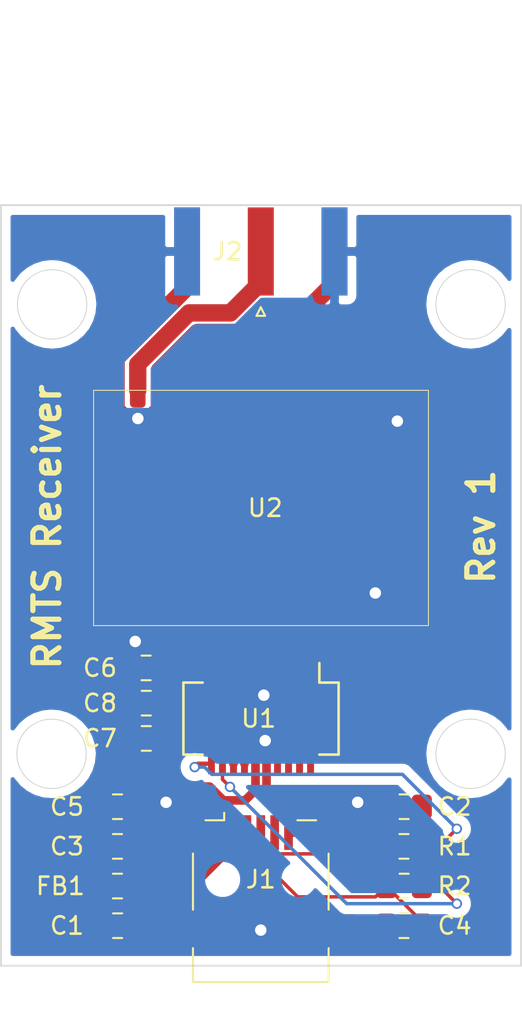
<source format=kicad_pcb>
(kicad_pcb (version 20171130) (host pcbnew "(5.1.2)-2")

  (general
    (thickness 1.6)
    (drawings 10)
    (tracks 161)
    (zones 0)
    (modules 15)
    (nets 42)
  )

  (page A4)
  (layers
    (0 F.Cu signal)
    (31 B.Cu signal)
    (32 B.Adhes user)
    (33 F.Adhes user)
    (34 B.Paste user)
    (35 F.Paste user)
    (36 B.SilkS user)
    (37 F.SilkS user)
    (38 B.Mask user)
    (39 F.Mask user)
    (40 Dwgs.User user)
    (41 Cmts.User user)
    (42 Eco1.User user)
    (43 Eco2.User user)
    (44 Edge.Cuts user)
    (45 Margin user)
    (46 B.CrtYd user)
    (47 F.CrtYd user)
    (48 B.Fab user)
    (49 F.Fab user)
  )

  (setup
    (last_trace_width 1)
    (user_trace_width 0.5)
    (user_trace_width 1)
    (trace_clearance 0.127)
    (zone_clearance 0.508)
    (zone_45_only no)
    (trace_min 0.2)
    (via_size 0.6)
    (via_drill 0.4)
    (via_min_size 0.4)
    (via_min_drill 0.3)
    (user_via 1 0.66)
    (uvia_size 0.3)
    (uvia_drill 0.1)
    (uvias_allowed no)
    (uvia_min_size 0.2)
    (uvia_min_drill 0.1)
    (edge_width 0.05)
    (segment_width 0.2)
    (pcb_text_width 0.3)
    (pcb_text_size 1.5 1.5)
    (mod_edge_width 0.12)
    (mod_text_size 1 1)
    (mod_text_width 0.15)
    (pad_size 1.524 1.524)
    (pad_drill 0.762)
    (pad_to_mask_clearance 0.051)
    (solder_mask_min_width 0.25)
    (aux_axis_origin 0 0)
    (visible_elements 7FFFFFFF)
    (pcbplotparams
      (layerselection 0x010fc_ffffffff)
      (usegerberextensions false)
      (usegerberattributes false)
      (usegerberadvancedattributes false)
      (creategerberjobfile false)
      (excludeedgelayer true)
      (linewidth 0.100000)
      (plotframeref false)
      (viasonmask false)
      (mode 1)
      (useauxorigin false)
      (hpglpennumber 1)
      (hpglpenspeed 20)
      (hpglpendiameter 15.000000)
      (psnegative false)
      (psa4output false)
      (plotreference true)
      (plotvalue true)
      (plotinvisibletext false)
      (padsonsilk false)
      (subtractmaskfromsilk false)
      (outputformat 1)
      (mirror false)
      (drillshape 1)
      (scaleselection 1)
      (outputdirectory ""))
  )

  (net 0 "")
  (net 1 GND)
  (net 2 +3V3)
  (net 3 "Net-(U1-Pad19)")
  (net 4 "Net-(U1-Pad18)")
  (net 5 "Net-(U1-Pad17)")
  (net 6 VBUS)
  (net 7 "Net-(R2-Pad1)")
  (net 8 "Net-(R1-Pad1)")
  (net 9 "Net-(U1-Pad10)")
  (net 10 "Net-(U1-Pad9)")
  (net 11 "Net-(U1-Pad8)")
  (net 12 "Net-(U1-Pad7)")
  (net 13 "Net-(U1-Pad5)")
  (net 14 "Net-(U1-Pad2)")
  (net 15 "Net-(U1-Pad1)")
  (net 16 "Net-(C2-Pad1)")
  (net 17 "Net-(C4-Pad1)")
  (net 18 "Net-(FB1-Pad2)")
  (net 19 "Net-(J1-Pad4)")
  (net 20 "Net-(U2-Pad31)")
  (net 21 "Net-(U2-Pad30)")
  (net 22 "Net-(U2-Pad29)")
  (net 23 "Net-(U2-Pad28)")
  (net 24 "Net-(U2-Pad27)")
  (net 25 "Net-(U2-Pad26)")
  (net 26 "Net-(U2-Pad25)")
  (net 27 "Net-(U2-Pad24)")
  (net 28 "Net-(U2-Pad23)")
  (net 29 "Net-(U2-Pad16)")
  (net 30 "Net-(U2-Pad15)")
  (net 31 "Net-(U2-Pad14)")
  (net 32 "Net-(U2-Pad9)")
  (net 33 "Net-(U2-Pad8)")
  (net 34 "Net-(U2-Pad7)")
  (net 35 "Net-(U2-Pad6)")
  (net 36 "Net-(U2-Pad5)")
  (net 37 "Net-(U1-Pad20)")
  (net 38 "Net-(U1-Pad4)")
  (net 39 "Net-(J2-Pad1)")
  (net 40 "Net-(U2-Pad13)")
  (net 41 "Net-(U2-Pad11)")

  (net_class Default "This is the default net class."
    (clearance 0.127)
    (trace_width 0.2)
    (via_dia 0.6)
    (via_drill 0.4)
    (uvia_dia 0.3)
    (uvia_drill 0.1)
    (add_net +3V3)
    (add_net GND)
    (add_net "Net-(C2-Pad1)")
    (add_net "Net-(C4-Pad1)")
    (add_net "Net-(FB1-Pad2)")
    (add_net "Net-(J1-Pad4)")
    (add_net "Net-(J2-Pad1)")
    (add_net "Net-(R1-Pad1)")
    (add_net "Net-(R2-Pad1)")
    (add_net "Net-(U1-Pad1)")
    (add_net "Net-(U1-Pad10)")
    (add_net "Net-(U1-Pad17)")
    (add_net "Net-(U1-Pad18)")
    (add_net "Net-(U1-Pad19)")
    (add_net "Net-(U1-Pad2)")
    (add_net "Net-(U1-Pad20)")
    (add_net "Net-(U1-Pad4)")
    (add_net "Net-(U1-Pad5)")
    (add_net "Net-(U1-Pad7)")
    (add_net "Net-(U1-Pad8)")
    (add_net "Net-(U1-Pad9)")
    (add_net "Net-(U2-Pad11)")
    (add_net "Net-(U2-Pad13)")
    (add_net "Net-(U2-Pad14)")
    (add_net "Net-(U2-Pad15)")
    (add_net "Net-(U2-Pad16)")
    (add_net "Net-(U2-Pad23)")
    (add_net "Net-(U2-Pad24)")
    (add_net "Net-(U2-Pad25)")
    (add_net "Net-(U2-Pad26)")
    (add_net "Net-(U2-Pad27)")
    (add_net "Net-(U2-Pad28)")
    (add_net "Net-(U2-Pad29)")
    (add_net "Net-(U2-Pad30)")
    (add_net "Net-(U2-Pad31)")
    (add_net "Net-(U2-Pad5)")
    (add_net "Net-(U2-Pad6)")
    (add_net "Net-(U2-Pad7)")
    (add_net "Net-(U2-Pad8)")
    (add_net "Net-(U2-Pad9)")
    (add_net VBUS)
  )

  (net_class Power ""
    (clearance 0.2)
    (trace_width 0.4)
    (via_dia 0.6)
    (via_drill 0.4)
    (uvia_dia 0.3)
    (uvia_drill 0.1)
  )

  (module Capacitor_SMD:C_0805_2012Metric_Pad1.15x1.40mm_HandSolder (layer F.Cu) (tedit 5B36C52B) (tstamp 5E09BB42)
    (at 143.383 94.869 180)
    (descr "Capacitor SMD 0805 (2012 Metric), square (rectangular) end terminal, IPC_7351 nominal with elongated pad for handsoldering. (Body size source: https://docs.google.com/spreadsheets/d/1BsfQQcO9C6DZCsRaXUlFlo91Tg2WpOkGARC1WS5S8t0/edit?usp=sharing), generated with kicad-footprint-generator")
    (tags "capacitor handsolder")
    (path /5E0B5CE0)
    (attr smd)
    (fp_text reference C8 (at 2.667 0) (layer F.SilkS)
      (effects (font (size 1 1) (thickness 0.15)))
    )
    (fp_text value 1uF (at 0 1.65) (layer F.Fab)
      (effects (font (size 1 1) (thickness 0.15)))
    )
    (fp_text user %R (at 0 0) (layer F.Fab)
      (effects (font (size 0.5 0.5) (thickness 0.08)))
    )
    (fp_line (start 1.85 0.95) (end -1.85 0.95) (layer F.CrtYd) (width 0.05))
    (fp_line (start 1.85 -0.95) (end 1.85 0.95) (layer F.CrtYd) (width 0.05))
    (fp_line (start -1.85 -0.95) (end 1.85 -0.95) (layer F.CrtYd) (width 0.05))
    (fp_line (start -1.85 0.95) (end -1.85 -0.95) (layer F.CrtYd) (width 0.05))
    (fp_line (start -0.261252 0.71) (end 0.261252 0.71) (layer F.SilkS) (width 0.12))
    (fp_line (start -0.261252 -0.71) (end 0.261252 -0.71) (layer F.SilkS) (width 0.12))
    (fp_line (start 1 0.6) (end -1 0.6) (layer F.Fab) (width 0.1))
    (fp_line (start 1 -0.6) (end 1 0.6) (layer F.Fab) (width 0.1))
    (fp_line (start -1 -0.6) (end 1 -0.6) (layer F.Fab) (width 0.1))
    (fp_line (start -1 0.6) (end -1 -0.6) (layer F.Fab) (width 0.1))
    (pad 2 smd roundrect (at 1.025 0 180) (size 1.15 1.4) (layers F.Cu F.Paste F.Mask) (roundrect_rratio 0.217391)
      (net 1 GND))
    (pad 1 smd roundrect (at -1.025 0 180) (size 1.15 1.4) (layers F.Cu F.Paste F.Mask) (roundrect_rratio 0.217391)
      (net 2 +3V3))
    (model ${KISYS3DMOD}/Capacitor_SMD.3dshapes/C_0805_2012Metric.wrl
      (at (xyz 0 0 0))
      (scale (xyz 1 1 1))
      (rotate (xyz 0 0 0))
    )
  )

  (module Capacitor_SMD:C_0805_2012Metric_Pad1.15x1.40mm_HandSolder (layer F.Cu) (tedit 5B36C52B) (tstamp 5E09BB31)
    (at 143.383 96.901 180)
    (descr "Capacitor SMD 0805 (2012 Metric), square (rectangular) end terminal, IPC_7351 nominal with elongated pad for handsoldering. (Body size source: https://docs.google.com/spreadsheets/d/1BsfQQcO9C6DZCsRaXUlFlo91Tg2WpOkGARC1WS5S8t0/edit?usp=sharing), generated with kicad-footprint-generator")
    (tags "capacitor handsolder")
    (path /5E0B6937)
    (attr smd)
    (fp_text reference C7 (at 2.667 0) (layer F.SilkS)
      (effects (font (size 1 1) (thickness 0.15)))
    )
    (fp_text value 8.2pf (at 0 1.65) (layer F.Fab)
      (effects (font (size 1 1) (thickness 0.15)))
    )
    (fp_text user %R (at 0 0) (layer F.Fab)
      (effects (font (size 0.5 0.5) (thickness 0.08)))
    )
    (fp_line (start 1.85 0.95) (end -1.85 0.95) (layer F.CrtYd) (width 0.05))
    (fp_line (start 1.85 -0.95) (end 1.85 0.95) (layer F.CrtYd) (width 0.05))
    (fp_line (start -1.85 -0.95) (end 1.85 -0.95) (layer F.CrtYd) (width 0.05))
    (fp_line (start -1.85 0.95) (end -1.85 -0.95) (layer F.CrtYd) (width 0.05))
    (fp_line (start -0.261252 0.71) (end 0.261252 0.71) (layer F.SilkS) (width 0.12))
    (fp_line (start -0.261252 -0.71) (end 0.261252 -0.71) (layer F.SilkS) (width 0.12))
    (fp_line (start 1 0.6) (end -1 0.6) (layer F.Fab) (width 0.1))
    (fp_line (start 1 -0.6) (end 1 0.6) (layer F.Fab) (width 0.1))
    (fp_line (start -1 -0.6) (end 1 -0.6) (layer F.Fab) (width 0.1))
    (fp_line (start -1 0.6) (end -1 -0.6) (layer F.Fab) (width 0.1))
    (pad 2 smd roundrect (at 1.025 0 180) (size 1.15 1.4) (layers F.Cu F.Paste F.Mask) (roundrect_rratio 0.217391)
      (net 1 GND))
    (pad 1 smd roundrect (at -1.025 0 180) (size 1.15 1.4) (layers F.Cu F.Paste F.Mask) (roundrect_rratio 0.217391)
      (net 2 +3V3))
    (model ${KISYS3DMOD}/Capacitor_SMD.3dshapes/C_0805_2012Metric.wrl
      (at (xyz 0 0 0))
      (scale (xyz 1 1 1))
      (rotate (xyz 0 0 0))
    )
  )

  (module Radio:XB3-24Z8RM-J (layer F.Cu) (tedit 5E0917F2) (tstamp 5E09A0E8)
    (at 150 83.6168 90)
    (path /5DE33CF6)
    (attr smd)
    (fp_text reference U2 (at 0 0.241 180) (layer F.SilkS)
      (effects (font (size 1 1) (thickness 0.15)))
    )
    (fp_text value XB3 (at 0 0) (layer F.Fab)
      (effects (font (size 1 1) (thickness 0.15)))
    )
    (fp_line (start 6.7818 -9.652) (end 6.7818 9.652) (layer F.SilkS) (width 0.05))
    (fp_line (start -6.7818 -9.652) (end 6.7818 -9.652) (layer F.SilkS) (width 0.05))
    (fp_line (start -6.7818 9.652) (end 6.7818 9.652) (layer F.SilkS) (width 0.05))
    (fp_line (start -6.7818 -9.652) (end -6.7818 9.652) (layer F.SilkS) (width 0.05))
    (pad 34 smd roundrect (at 6.7818 -8.3566 90) (size 2 0.9) (layers F.Cu F.Paste F.Mask) (roundrect_rratio 0.25)
      (net 1 GND))
    (pad 33 smd roundrect (at 6.7818 -7.10692 90) (size 2 0.9) (layers F.Cu F.Paste F.Mask) (roundrect_rratio 0.25)
      (net 39 "Net-(J2-Pad1)"))
    (pad 32 smd roundrect (at 6.7818 -5.85724 90) (size 2 0.9) (layers F.Cu F.Paste F.Mask) (roundrect_rratio 0.25)
      (net 1 GND))
    (pad 31 smd roundrect (at 6.7818 -4.60756 90) (size 2 0.9) (layers F.Cu F.Paste F.Mask) (roundrect_rratio 0.25)
      (net 20 "Net-(U2-Pad31)"))
    (pad 30 smd roundrect (at 6.7818 -3.35788 90) (size 2 0.9) (layers F.Cu F.Paste F.Mask) (roundrect_rratio 0.25)
      (net 21 "Net-(U2-Pad30)"))
    (pad 29 smd roundrect (at 6.7818 -2.1082 90) (size 2 0.9) (layers F.Cu F.Paste F.Mask) (roundrect_rratio 0.25)
      (net 22 "Net-(U2-Pad29)"))
    (pad 28 smd roundrect (at 6.7818 -0.85852 90) (size 2 0.9) (layers F.Cu F.Paste F.Mask) (roundrect_rratio 0.25)
      (net 23 "Net-(U2-Pad28)"))
    (pad 27 smd roundrect (at 6.7818 0.39116 90) (size 2 0.9) (layers F.Cu F.Paste F.Mask) (roundrect_rratio 0.25)
      (net 24 "Net-(U2-Pad27)"))
    (pad 26 smd roundrect (at 6.7818 1.64084 90) (size 2 0.9) (layers F.Cu F.Paste F.Mask) (roundrect_rratio 0.25)
      (net 25 "Net-(U2-Pad26)"))
    (pad 25 smd roundrect (at 6.7818 2.89052 90) (size 2 0.9) (layers F.Cu F.Paste F.Mask) (roundrect_rratio 0.25)
      (net 26 "Net-(U2-Pad25)"))
    (pad 24 smd roundrect (at 6.7818 4.1402 90) (size 2 0.9) (layers F.Cu F.Paste F.Mask) (roundrect_rratio 0.25)
      (net 27 "Net-(U2-Pad24)"))
    (pad 23 smd roundrect (at 6.7818 5.38988 90) (size 2 0.9) (layers F.Cu F.Paste F.Mask) (roundrect_rratio 0.25)
      (net 28 "Net-(U2-Pad23)"))
    (pad 22 smd roundrect (at 6.7818 6.63956 90) (size 2 0.9) (layers F.Cu F.Paste F.Mask) (roundrect_rratio 0.25))
    (pad 21 smd roundrect (at 6.7818 7.899424 90) (size 2 0.9) (layers F.Cu F.Paste F.Mask) (roundrect_rratio 0.25)
      (net 1 GND))
    (pad 20 smd roundrect (at 4.3688 9.652 90) (size 0.9 2) (layers F.Cu F.Paste F.Mask) (roundrect_rratio 0.25))
    (pad 19 smd roundrect (at 3.11912 9.652 90) (size 0.9 2) (layers F.Cu F.Paste F.Mask) (roundrect_rratio 0.25))
    (pad 18 smd roundrect (at 1.86944 9.652 90) (size 0.9 2) (layers F.Cu F.Paste F.Mask) (roundrect_rratio 0.25))
    (pad 17 smd roundrect (at 0.61976 9.652 90) (size 0.9 2) (layers F.Cu F.Paste F.Mask) (roundrect_rratio 0.25))
    (pad 16 smd roundrect (at -0.62992 9.652 90) (size 0.9 2) (layers F.Cu F.Paste F.Mask) (roundrect_rratio 0.25)
      (net 29 "Net-(U2-Pad16)"))
    (pad 15 smd roundrect (at -1.8796 9.652 90) (size 0.9 2) (layers F.Cu F.Paste F.Mask) (roundrect_rratio 0.25)
      (net 30 "Net-(U2-Pad15)"))
    (pad 14 smd roundrect (at -3.12928 9.652 90) (size 0.9 2) (layers F.Cu F.Paste F.Mask) (roundrect_rratio 0.25)
      (net 31 "Net-(U2-Pad14)"))
    (pad 13 smd roundrect (at -4.37896 9.652 90) (size 0.9 2) (layers F.Cu F.Paste F.Mask) (roundrect_rratio 0.25)
      (net 40 "Net-(U2-Pad13)"))
    (pad 12 smd roundrect (at -6.7818 7.88924 90) (size 2 0.9) (layers F.Cu F.Paste F.Mask) (roundrect_rratio 0.25)
      (net 1 GND))
    (pad 11 smd roundrect (at -6.7818 6.63956 90) (size 2 0.9) (layers F.Cu F.Paste F.Mask) (roundrect_rratio 0.25)
      (net 41 "Net-(U2-Pad11)"))
    (pad 10 smd roundrect (at -6.7818 5.38988 90) (size 2 0.9) (layers F.Cu F.Paste F.Mask) (roundrect_rratio 0.25)
      (net 1 GND))
    (pad 9 smd roundrect (at -6.7818 4.1402 90) (size 2 0.9) (layers F.Cu F.Paste F.Mask) (roundrect_rratio 0.25)
      (net 32 "Net-(U2-Pad9)"))
    (pad 8 smd roundrect (at -6.7818 2.89052 90) (size 2 0.9) (layers F.Cu F.Paste F.Mask) (roundrect_rratio 0.25)
      (net 33 "Net-(U2-Pad8)"))
    (pad 7 smd roundrect (at -6.7818 1.64084 90) (size 2 0.9) (layers F.Cu F.Paste F.Mask) (roundrect_rratio 0.25)
      (net 34 "Net-(U2-Pad7)"))
    (pad 6 smd roundrect (at -6.7818 0.39116 90) (size 2 0.9) (layers F.Cu F.Paste F.Mask) (roundrect_rratio 0.25)
      (net 35 "Net-(U2-Pad6)"))
    (pad 5 connect roundrect (at -6.7818 -0.85852 90) (size 2 0.9) (layers F.Cu F.Mask) (roundrect_rratio 0.25)
      (net 36 "Net-(U2-Pad5)"))
    (pad 4 smd roundrect (at -6.7818 -2.1082 90) (size 2 0.9) (layers F.Cu F.Paste F.Mask) (roundrect_rratio 0.25)
      (net 37 "Net-(U1-Pad20)"))
    (pad 3 smd roundrect (at -6.7818 -3.35788 90) (size 2 0.9) (layers F.Cu F.Paste F.Mask) (roundrect_rratio 0.25)
      (net 38 "Net-(U1-Pad4)"))
    (pad 2 smd roundrect (at -6.7818 -4.60756 90) (size 2 0.9) (layers F.Cu F.Paste F.Mask) (roundrect_rratio 0.25)
      (net 2 +3V3))
    (pad 1 smd roundrect (at -6.7818 -5.85724 90) (size 2 0.9) (layers F.Cu F.Paste F.Mask) (roundrect_rratio 0.25)
      (net 1 GND))
  )

  (module Connector_Coaxial:SMA_Amphenol_132289_EdgeMount (layer F.Cu) (tedit 5A1C1810) (tstamp 5E09A15C)
    (at 149.987 68.834 90)
    (descr http://www.amphenolrf.com/132289.html)
    (tags SMA)
    (path /5E0856CD)
    (attr smd)
    (fp_text reference J2 (at 0 -1.918) (layer F.SilkS)
      (effects (font (size 1 1) (thickness 0.15)))
    )
    (fp_text value Conn_Coaxial (at 5 6 90) (layer F.Fab)
      (effects (font (size 1 1) (thickness 0.15)))
    )
    (fp_line (start -1.91 5.08) (end 4.445 5.08) (layer F.Fab) (width 0.1))
    (fp_line (start -1.91 3.81) (end -1.91 5.08) (layer F.Fab) (width 0.1))
    (fp_line (start 2.54 3.81) (end -1.91 3.81) (layer F.Fab) (width 0.1))
    (fp_line (start 2.54 -3.81) (end 2.54 3.81) (layer F.Fab) (width 0.1))
    (fp_line (start -1.91 -3.81) (end 2.54 -3.81) (layer F.Fab) (width 0.1))
    (fp_line (start -1.91 -5.08) (end -1.91 -3.81) (layer F.Fab) (width 0.1))
    (fp_line (start -1.91 -5.08) (end 4.445 -5.08) (layer F.Fab) (width 0.1))
    (fp_line (start 4.445 -3.81) (end 4.445 -5.08) (layer F.Fab) (width 0.1))
    (fp_line (start 4.445 5.08) (end 4.445 3.81) (layer F.Fab) (width 0.1))
    (fp_line (start 13.97 3.81) (end 4.445 3.81) (layer F.Fab) (width 0.1))
    (fp_line (start 13.97 -3.81) (end 13.97 3.81) (layer F.Fab) (width 0.1))
    (fp_line (start 4.445 -3.81) (end 13.97 -3.81) (layer F.Fab) (width 0.1))
    (fp_line (start -3.04 5.58) (end -3.04 -5.58) (layer B.CrtYd) (width 0.05))
    (fp_line (start 14.47 5.58) (end -3.04 5.58) (layer B.CrtYd) (width 0.05))
    (fp_line (start 14.47 -5.58) (end 14.47 5.58) (layer B.CrtYd) (width 0.05))
    (fp_line (start 14.47 -5.58) (end -3.04 -5.58) (layer B.CrtYd) (width 0.05))
    (fp_line (start -3.04 5.58) (end -3.04 -5.58) (layer F.CrtYd) (width 0.05))
    (fp_line (start 14.47 5.58) (end -3.04 5.58) (layer F.CrtYd) (width 0.05))
    (fp_line (start 14.47 -5.58) (end 14.47 5.58) (layer F.CrtYd) (width 0.05))
    (fp_line (start 14.47 -5.58) (end -3.04 -5.58) (layer F.CrtYd) (width 0.05))
    (fp_text user %R (at 4.79 0 180) (layer F.Fab)
      (effects (font (size 1 1) (thickness 0.15)))
    )
    (fp_line (start 2.54 -0.75) (end 3.54 0) (layer F.Fab) (width 0.1))
    (fp_line (start 3.54 0) (end 2.54 0.75) (layer F.Fab) (width 0.1))
    (fp_line (start -3.21 0) (end -3.71 -0.25) (layer F.SilkS) (width 0.12))
    (fp_line (start -3.71 -0.25) (end -3.71 0.25) (layer F.SilkS) (width 0.12))
    (fp_line (start -3.71 0.25) (end -3.21 0) (layer F.SilkS) (width 0.12))
    (pad 1 smd rect (at 0 0 180) (size 1.5 5.08) (layers F.Cu F.Paste F.Mask)
      (net 39 "Net-(J2-Pad1)"))
    (pad 2 smd rect (at 0 -4.25 180) (size 1.5 5.08) (layers F.Cu F.Paste F.Mask)
      (net 1 GND))
    (pad 2 smd rect (at 0 4.25 180) (size 1.5 5.08) (layers F.Cu F.Paste F.Mask)
      (net 1 GND))
    (pad 2 smd rect (at 0 -4.25 180) (size 1.5 5.08) (layers B.Cu B.Paste B.Mask)
      (net 1 GND))
    (pad 2 smd rect (at 0 4.25 180) (size 1.5 5.08) (layers B.Cu B.Paste B.Mask)
      (net 1 GND))
    (model ${KISYS3DMOD}/Connector_Coaxial.3dshapes/SMA_Amphenol_132289_EdgeMount.wrl
      (at (xyz 0 0 0))
      (scale (xyz 1 1 1))
      (rotate (xyz 0 0 0))
    )
  )

  (module Resistor_SMD:R_0805_2012Metric_Pad1.15x1.40mm_HandSolder (layer F.Cu) (tedit 5B36C52B) (tstamp 5DDBD10B)
    (at 158.251 105.41 180)
    (descr "Resistor SMD 0805 (2012 Metric), square (rectangular) end terminal, IPC_7351 nominal with elongated pad for handsoldering. (Body size source: https://docs.google.com/spreadsheets/d/1BsfQQcO9C6DZCsRaXUlFlo91Tg2WpOkGARC1WS5S8t0/edit?usp=sharing), generated with kicad-footprint-generator")
    (tags "resistor handsolder")
    (path /5DDDCB7A)
    (attr smd)
    (fp_text reference R2 (at -2.912 0) (layer F.SilkS)
      (effects (font (size 1 1) (thickness 0.15)))
    )
    (fp_text value 27 (at 0 1.65) (layer F.Fab)
      (effects (font (size 1 1) (thickness 0.15)))
    )
    (fp_text user %R (at 0 0) (layer F.Fab)
      (effects (font (size 0.5 0.5) (thickness 0.08)))
    )
    (fp_line (start 1.85 0.95) (end -1.85 0.95) (layer F.CrtYd) (width 0.05))
    (fp_line (start 1.85 -0.95) (end 1.85 0.95) (layer F.CrtYd) (width 0.05))
    (fp_line (start -1.85 -0.95) (end 1.85 -0.95) (layer F.CrtYd) (width 0.05))
    (fp_line (start -1.85 0.95) (end -1.85 -0.95) (layer F.CrtYd) (width 0.05))
    (fp_line (start -0.261252 0.71) (end 0.261252 0.71) (layer F.SilkS) (width 0.12))
    (fp_line (start -0.261252 -0.71) (end 0.261252 -0.71) (layer F.SilkS) (width 0.12))
    (fp_line (start 1 0.6) (end -1 0.6) (layer F.Fab) (width 0.1))
    (fp_line (start 1 -0.6) (end 1 0.6) (layer F.Fab) (width 0.1))
    (fp_line (start -1 -0.6) (end 1 -0.6) (layer F.Fab) (width 0.1))
    (fp_line (start -1 0.6) (end -1 -0.6) (layer F.Fab) (width 0.1))
    (pad 2 smd roundrect (at 1.025 0 180) (size 1.15 1.4) (layers F.Cu F.Paste F.Mask) (roundrect_rratio 0.217391)
      (net 17 "Net-(C4-Pad1)"))
    (pad 1 smd roundrect (at -1.025 0 180) (size 1.15 1.4) (layers F.Cu F.Paste F.Mask) (roundrect_rratio 0.217391)
      (net 7 "Net-(R2-Pad1)"))
    (model ${KISYS3DMOD}/Resistor_SMD.3dshapes/R_0805_2012Metric.wrl
      (at (xyz 0 0 0))
      (scale (xyz 1 1 1))
      (rotate (xyz 0 0 0))
    )
  )

  (module Resistor_SMD:R_0805_2012Metric_Pad1.15x1.40mm_HandSolder (layer F.Cu) (tedit 5B36C52B) (tstamp 5DDBD0FA)
    (at 158.242 103.124 180)
    (descr "Resistor SMD 0805 (2012 Metric), square (rectangular) end terminal, IPC_7351 nominal with elongated pad for handsoldering. (Body size source: https://docs.google.com/spreadsheets/d/1BsfQQcO9C6DZCsRaXUlFlo91Tg2WpOkGARC1WS5S8t0/edit?usp=sharing), generated with kicad-footprint-generator")
    (tags "resistor handsolder")
    (path /5DDDFAA3)
    (attr smd)
    (fp_text reference R1 (at -2.921 0) (layer F.SilkS)
      (effects (font (size 1 1) (thickness 0.15)))
    )
    (fp_text value 27 (at 0 1.65) (layer F.Fab)
      (effects (font (size 1 1) (thickness 0.15)))
    )
    (fp_text user %R (at 0 0) (layer F.Fab)
      (effects (font (size 0.5 0.5) (thickness 0.08)))
    )
    (fp_line (start 1.85 0.95) (end -1.85 0.95) (layer F.CrtYd) (width 0.05))
    (fp_line (start 1.85 -0.95) (end 1.85 0.95) (layer F.CrtYd) (width 0.05))
    (fp_line (start -1.85 -0.95) (end 1.85 -0.95) (layer F.CrtYd) (width 0.05))
    (fp_line (start -1.85 0.95) (end -1.85 -0.95) (layer F.CrtYd) (width 0.05))
    (fp_line (start -0.261252 0.71) (end 0.261252 0.71) (layer F.SilkS) (width 0.12))
    (fp_line (start -0.261252 -0.71) (end 0.261252 -0.71) (layer F.SilkS) (width 0.12))
    (fp_line (start 1 0.6) (end -1 0.6) (layer F.Fab) (width 0.1))
    (fp_line (start 1 -0.6) (end 1 0.6) (layer F.Fab) (width 0.1))
    (fp_line (start -1 -0.6) (end 1 -0.6) (layer F.Fab) (width 0.1))
    (fp_line (start -1 0.6) (end -1 -0.6) (layer F.Fab) (width 0.1))
    (pad 2 smd roundrect (at 1.025 0 180) (size 1.15 1.4) (layers F.Cu F.Paste F.Mask) (roundrect_rratio 0.217391)
      (net 16 "Net-(C2-Pad1)"))
    (pad 1 smd roundrect (at -1.025 0 180) (size 1.15 1.4) (layers F.Cu F.Paste F.Mask) (roundrect_rratio 0.217391)
      (net 8 "Net-(R1-Pad1)"))
    (model ${KISYS3DMOD}/Resistor_SMD.3dshapes/R_0805_2012Metric.wrl
      (at (xyz 0 0 0))
      (scale (xyz 1 1 1))
      (rotate (xyz 0 0 0))
    )
  )

  (module Connector_USB:USB_Mini-B_Lumberg_2486_01_Horizontal (layer F.Cu) (tedit 5AC6B535) (tstamp 5DDBB815)
    (at 149.987 105.029)
    (descr "USB Mini-B 5-pin SMD connector, http://downloads.lumberg.com/datenblaetter/en/2486_01.pdf")
    (tags "USB USB_B USB_Mini connector")
    (path /5DDD40EA)
    (attr smd)
    (fp_text reference J1 (at 0 0) (layer F.SilkS)
      (effects (font (size 1 1) (thickness 0.15)))
    )
    (fp_text value USB_B_Micro (at 0 7.5) (layer F.Fab)
      (effects (font (size 1 1) (thickness 0.15)))
    )
    (fp_line (start -4.35 6.35) (end -4.35 4.2) (layer F.CrtYd) (width 0.05))
    (fp_line (start -4.35 4.2) (end -5.95 4.2) (layer F.CrtYd) (width 0.05))
    (fp_line (start -5.95 1.5) (end -5.95 4.2) (layer F.CrtYd) (width 0.05))
    (fp_line (start -4.35 1.5) (end -5.95 1.5) (layer F.CrtYd) (width 0.05))
    (fp_line (start -4.35 -1.25) (end -4.35 1.5) (layer F.CrtYd) (width 0.05))
    (fp_line (start -4.35 -1.25) (end -5.95 -1.25) (layer F.CrtYd) (width 0.05))
    (fp_line (start -5.95 -3.95) (end -5.95 -1.25) (layer F.CrtYd) (width 0.05))
    (fp_line (start -5.95 -3.95) (end -2.35 -3.95) (layer F.CrtYd) (width 0.05))
    (fp_line (start -2.35 -3.95) (end -2.35 -4.2) (layer F.CrtYd) (width 0.05))
    (fp_line (start 5.95 -3.95) (end 5.95 -1.25) (layer F.CrtYd) (width 0.05))
    (fp_line (start 4.35 -1.25) (end 5.95 -1.25) (layer F.CrtYd) (width 0.05))
    (fp_line (start 4.35 -1.25) (end 4.35 1.5) (layer F.CrtYd) (width 0.05))
    (fp_line (start -1.95 -3.35) (end -1.6 -2.85) (layer F.Fab) (width 0.1))
    (fp_line (start 5.95 1.5) (end 5.95 4.2) (layer F.CrtYd) (width 0.05))
    (fp_line (start 5.95 -3.95) (end 2.35 -3.95) (layer F.CrtYd) (width 0.05))
    (fp_line (start -4.35 6.35) (end 4.35 6.35) (layer F.CrtYd) (width 0.05))
    (fp_line (start -3.85 -3.35) (end 3.85 -3.35) (layer F.Fab) (width 0.1))
    (fp_line (start -3.85 -3.35) (end -3.85 5.85) (layer F.Fab) (width 0.1))
    (fp_line (start -3.85 5.85) (end 3.85 5.85) (layer F.Fab) (width 0.1))
    (fp_line (start 3.85 5.85) (end 3.85 -3.35) (layer F.Fab) (width 0.1))
    (fp_line (start -3.91 5.91) (end -3.91 3.96) (layer F.SilkS) (width 0.12))
    (fp_line (start -3.91 1.74) (end -3.91 -1.49) (layer F.SilkS) (width 0.12))
    (fp_line (start -3.19 -3.41) (end -2.11 -3.41) (layer F.SilkS) (width 0.12))
    (fp_line (start 2.11 -3.41) (end 3.19 -3.41) (layer F.SilkS) (width 0.12))
    (fp_line (start 3.91 1.74) (end 3.91 -1.49) (layer F.SilkS) (width 0.12))
    (fp_line (start 3.91 5.91) (end 3.91 3.96) (layer F.SilkS) (width 0.12))
    (fp_text user %R (at 0 1.6 180) (layer F.Fab)
      (effects (font (size 1 1) (thickness 0.15)))
    )
    (fp_line (start -2.11 -3.41) (end -2.11 -3.84) (layer F.SilkS) (width 0.12))
    (fp_line (start -1.6 -2.85) (end -1.25 -3.35) (layer F.Fab) (width 0.1))
    (fp_line (start 3.91 5.91) (end -3.91 5.91) (layer F.SilkS) (width 0.12))
    (fp_line (start 4.35 6.35) (end 4.35 4.2) (layer F.CrtYd) (width 0.05))
    (fp_line (start 4.35 4.2) (end 5.95 4.2) (layer F.CrtYd) (width 0.05))
    (fp_line (start 4.35 1.5) (end 5.95 1.5) (layer F.CrtYd) (width 0.05))
    (fp_line (start 2.35 -3.95) (end 2.35 -4.2) (layer F.CrtYd) (width 0.05))
    (fp_line (start 2.35 -4.2) (end -2.35 -4.2) (layer F.CrtYd) (width 0.05))
    (pad "" np_thru_hole circle (at 2.2 0) (size 1 1) (drill 1) (layers *.Cu *.Mask))
    (pad "" np_thru_hole circle (at -2.2 0) (size 1 1) (drill 1) (layers *.Cu *.Mask))
    (pad 6 smd rect (at 4.45 2.85) (size 2 1.7) (layers F.Cu F.Paste F.Mask)
      (net 1 GND))
    (pad 6 smd rect (at 4.45 -2.6) (size 2 1.7) (layers F.Cu F.Paste F.Mask)
      (net 1 GND))
    (pad 6 smd rect (at -4.45 2.85) (size 2 1.7) (layers F.Cu F.Paste F.Mask)
      (net 1 GND))
    (pad 6 smd rect (at -4.45 -2.6) (size 2 1.7) (layers F.Cu F.Paste F.Mask)
      (net 1 GND))
    (pad 5 smd rect (at 1.6 -2.7) (size 0.5 2) (layers F.Cu F.Paste F.Mask)
      (net 1 GND))
    (pad 4 smd rect (at 0.8 -2.7) (size 0.5 2) (layers F.Cu F.Paste F.Mask)
      (net 19 "Net-(J1-Pad4)"))
    (pad 3 smd rect (at 0 -2.7) (size 0.5 2) (layers F.Cu F.Paste F.Mask)
      (net 16 "Net-(C2-Pad1)"))
    (pad 2 smd rect (at -0.8 -2.7) (size 0.5 2) (layers F.Cu F.Paste F.Mask)
      (net 17 "Net-(C4-Pad1)"))
    (pad 1 smd rect (at -1.6 -2.7) (size 0.5 2) (layers F.Cu F.Paste F.Mask)
      (net 18 "Net-(FB1-Pad2)"))
    (model ${KISYS3DMOD}/Connector_USB.3dshapes/USB_Mini-B_Lumberg_2486_01_Horizontal.wrl
      (at (xyz 0 0 0))
      (scale (xyz 1 1 1))
      (rotate (xyz 0 0 0))
    )
  )

  (module Capacitor_SMD:C_0805_2012Metric_Pad1.15x1.40mm_HandSolder (layer F.Cu) (tedit 5B36C52B) (tstamp 5DDBB7E3)
    (at 141.723 105.41)
    (descr "Capacitor SMD 0805 (2012 Metric), square (rectangular) end terminal, IPC_7351 nominal with elongated pad for handsoldering. (Body size source: https://docs.google.com/spreadsheets/d/1BsfQQcO9C6DZCsRaXUlFlo91Tg2WpOkGARC1WS5S8t0/edit?usp=sharing), generated with kicad-footprint-generator")
    (tags "capacitor handsolder")
    (path /5DDE8DC9)
    (attr smd)
    (fp_text reference FB1 (at -3.293 0) (layer F.SilkS)
      (effects (font (size 1 1) (thickness 0.15)))
    )
    (fp_text value Ferrite (at 0 1.65) (layer F.Fab)
      (effects (font (size 1 1) (thickness 0.15)))
    )
    (fp_text user %R (at 0 0) (layer F.Fab)
      (effects (font (size 0.5 0.5) (thickness 0.08)))
    )
    (fp_line (start 1.85 0.95) (end -1.85 0.95) (layer F.CrtYd) (width 0.05))
    (fp_line (start 1.85 -0.95) (end 1.85 0.95) (layer F.CrtYd) (width 0.05))
    (fp_line (start -1.85 -0.95) (end 1.85 -0.95) (layer F.CrtYd) (width 0.05))
    (fp_line (start -1.85 0.95) (end -1.85 -0.95) (layer F.CrtYd) (width 0.05))
    (fp_line (start -0.261252 0.71) (end 0.261252 0.71) (layer F.SilkS) (width 0.12))
    (fp_line (start -0.261252 -0.71) (end 0.261252 -0.71) (layer F.SilkS) (width 0.12))
    (fp_line (start 1 0.6) (end -1 0.6) (layer F.Fab) (width 0.1))
    (fp_line (start 1 -0.6) (end 1 0.6) (layer F.Fab) (width 0.1))
    (fp_line (start -1 -0.6) (end 1 -0.6) (layer F.Fab) (width 0.1))
    (fp_line (start -1 0.6) (end -1 -0.6) (layer F.Fab) (width 0.1))
    (pad 2 smd roundrect (at 1.025 0) (size 1.15 1.4) (layers F.Cu F.Paste F.Mask) (roundrect_rratio 0.217391)
      (net 18 "Net-(FB1-Pad2)"))
    (pad 1 smd roundrect (at -1.025 0) (size 1.15 1.4) (layers F.Cu F.Paste F.Mask) (roundrect_rratio 0.217391)
      (net 6 VBUS))
    (model ${KISYS3DMOD}/Capacitor_SMD.3dshapes/C_0805_2012Metric.wrl
      (at (xyz 0 0 0))
      (scale (xyz 1 1 1))
      (rotate (xyz 0 0 0))
    )
  )

  (module Capacitor_SMD:C_0805_2012Metric_Pad1.15x1.40mm_HandSolder (layer F.Cu) (tedit 5B36C52B) (tstamp 5E09A246)
    (at 143.374 92.837 180)
    (descr "Capacitor SMD 0805 (2012 Metric), square (rectangular) end terminal, IPC_7351 nominal with elongated pad for handsoldering. (Body size source: https://docs.google.com/spreadsheets/d/1BsfQQcO9C6DZCsRaXUlFlo91Tg2WpOkGARC1WS5S8t0/edit?usp=sharing), generated with kicad-footprint-generator")
    (tags "capacitor handsolder")
    (path /5DE006FC)
    (attr smd)
    (fp_text reference C6 (at 2.658 0) (layer F.SilkS)
      (effects (font (size 1 1) (thickness 0.15)))
    )
    (fp_text value 10uF (at 0 1.65) (layer F.Fab)
      (effects (font (size 1 1) (thickness 0.15)))
    )
    (fp_line (start -1 0.6) (end -1 -0.6) (layer F.Fab) (width 0.1))
    (fp_line (start -1 -0.6) (end 1 -0.6) (layer F.Fab) (width 0.1))
    (fp_line (start 1 -0.6) (end 1 0.6) (layer F.Fab) (width 0.1))
    (fp_line (start 1 0.6) (end -1 0.6) (layer F.Fab) (width 0.1))
    (fp_line (start -0.261252 -0.71) (end 0.261252 -0.71) (layer F.SilkS) (width 0.12))
    (fp_line (start -0.261252 0.71) (end 0.261252 0.71) (layer F.SilkS) (width 0.12))
    (fp_line (start -1.85 0.95) (end -1.85 -0.95) (layer F.CrtYd) (width 0.05))
    (fp_line (start -1.85 -0.95) (end 1.85 -0.95) (layer F.CrtYd) (width 0.05))
    (fp_line (start 1.85 -0.95) (end 1.85 0.95) (layer F.CrtYd) (width 0.05))
    (fp_line (start 1.85 0.95) (end -1.85 0.95) (layer F.CrtYd) (width 0.05))
    (fp_text user %R (at 0 0) (layer F.Fab)
      (effects (font (size 0.5 0.5) (thickness 0.08)))
    )
    (pad 1 smd roundrect (at -1.025 0 180) (size 1.15 1.4) (layers F.Cu F.Paste F.Mask) (roundrect_rratio 0.217391)
      (net 2 +3V3))
    (pad 2 smd roundrect (at 1.025 0 180) (size 1.15 1.4) (layers F.Cu F.Paste F.Mask) (roundrect_rratio 0.217391)
      (net 1 GND))
    (model ${KISYS3DMOD}/Capacitor_SMD.3dshapes/C_0805_2012Metric.wrl
      (at (xyz 0 0 0))
      (scale (xyz 1 1 1))
      (rotate (xyz 0 0 0))
    )
  )

  (module Capacitor_SMD:C_0805_2012Metric_Pad1.15x1.40mm_HandSolder (layer F.Cu) (tedit 5B36C52B) (tstamp 5E09A276)
    (at 141.723 100.838)
    (descr "Capacitor SMD 0805 (2012 Metric), square (rectangular) end terminal, IPC_7351 nominal with elongated pad for handsoldering. (Body size source: https://docs.google.com/spreadsheets/d/1BsfQQcO9C6DZCsRaXUlFlo91Tg2WpOkGARC1WS5S8t0/edit?usp=sharing), generated with kicad-footprint-generator")
    (tags "capacitor handsolder")
    (path /5DDF899A)
    (attr smd)
    (fp_text reference C5 (at -2.912 0) (layer F.SilkS)
      (effects (font (size 1 1) (thickness 0.15)))
    )
    (fp_text value 100nF (at 0 1.65) (layer F.Fab)
      (effects (font (size 1 1) (thickness 0.15)))
    )
    (fp_text user %R (at 0 0) (layer F.Fab)
      (effects (font (size 0.5 0.5) (thickness 0.08)))
    )
    (fp_line (start 1.85 0.95) (end -1.85 0.95) (layer F.CrtYd) (width 0.05))
    (fp_line (start 1.85 -0.95) (end 1.85 0.95) (layer F.CrtYd) (width 0.05))
    (fp_line (start -1.85 -0.95) (end 1.85 -0.95) (layer F.CrtYd) (width 0.05))
    (fp_line (start -1.85 0.95) (end -1.85 -0.95) (layer F.CrtYd) (width 0.05))
    (fp_line (start -0.261252 0.71) (end 0.261252 0.71) (layer F.SilkS) (width 0.12))
    (fp_line (start -0.261252 -0.71) (end 0.261252 -0.71) (layer F.SilkS) (width 0.12))
    (fp_line (start 1 0.6) (end -1 0.6) (layer F.Fab) (width 0.1))
    (fp_line (start 1 -0.6) (end 1 0.6) (layer F.Fab) (width 0.1))
    (fp_line (start -1 -0.6) (end 1 -0.6) (layer F.Fab) (width 0.1))
    (fp_line (start -1 0.6) (end -1 -0.6) (layer F.Fab) (width 0.1))
    (pad 2 smd roundrect (at 1.025 0) (size 1.15 1.4) (layers F.Cu F.Paste F.Mask) (roundrect_rratio 0.217391)
      (net 1 GND))
    (pad 1 smd roundrect (at -1.025 0) (size 1.15 1.4) (layers F.Cu F.Paste F.Mask) (roundrect_rratio 0.217391)
      (net 2 +3V3))
    (model ${KISYS3DMOD}/Capacitor_SMD.3dshapes/C_0805_2012Metric.wrl
      (at (xyz 0 0 0))
      (scale (xyz 1 1 1))
      (rotate (xyz 0 0 0))
    )
  )

  (module Capacitor_SMD:C_0805_2012Metric_Pad1.15x1.40mm_HandSolder (layer F.Cu) (tedit 5B36C52B) (tstamp 5DDBB7B0)
    (at 158.242 107.696 180)
    (descr "Capacitor SMD 0805 (2012 Metric), square (rectangular) end terminal, IPC_7351 nominal with elongated pad for handsoldering. (Body size source: https://docs.google.com/spreadsheets/d/1BsfQQcO9C6DZCsRaXUlFlo91Tg2WpOkGARC1WS5S8t0/edit?usp=sharing), generated with kicad-footprint-generator")
    (tags "capacitor handsolder")
    (path /5DDED26F)
    (attr smd)
    (fp_text reference C4 (at -2.921 0) (layer F.SilkS)
      (effects (font (size 1 1) (thickness 0.15)))
    )
    (fp_text value 47pF (at 0 1.65) (layer F.Fab)
      (effects (font (size 1 1) (thickness 0.15)))
    )
    (fp_text user %R (at 0 0) (layer F.Fab)
      (effects (font (size 0.5 0.5) (thickness 0.08)))
    )
    (fp_line (start 1.85 0.95) (end -1.85 0.95) (layer F.CrtYd) (width 0.05))
    (fp_line (start 1.85 -0.95) (end 1.85 0.95) (layer F.CrtYd) (width 0.05))
    (fp_line (start -1.85 -0.95) (end 1.85 -0.95) (layer F.CrtYd) (width 0.05))
    (fp_line (start -1.85 0.95) (end -1.85 -0.95) (layer F.CrtYd) (width 0.05))
    (fp_line (start -0.261252 0.71) (end 0.261252 0.71) (layer F.SilkS) (width 0.12))
    (fp_line (start -0.261252 -0.71) (end 0.261252 -0.71) (layer F.SilkS) (width 0.12))
    (fp_line (start 1 0.6) (end -1 0.6) (layer F.Fab) (width 0.1))
    (fp_line (start 1 -0.6) (end 1 0.6) (layer F.Fab) (width 0.1))
    (fp_line (start -1 -0.6) (end 1 -0.6) (layer F.Fab) (width 0.1))
    (fp_line (start -1 0.6) (end -1 -0.6) (layer F.Fab) (width 0.1))
    (pad 2 smd roundrect (at 1.025 0 180) (size 1.15 1.4) (layers F.Cu F.Paste F.Mask) (roundrect_rratio 0.217391)
      (net 1 GND))
    (pad 1 smd roundrect (at -1.025 0 180) (size 1.15 1.4) (layers F.Cu F.Paste F.Mask) (roundrect_rratio 0.217391)
      (net 17 "Net-(C4-Pad1)"))
    (model ${KISYS3DMOD}/Capacitor_SMD.3dshapes/C_0805_2012Metric.wrl
      (at (xyz 0 0 0))
      (scale (xyz 1 1 1))
      (rotate (xyz 0 0 0))
    )
  )

  (module Capacitor_SMD:C_0805_2012Metric_Pad1.15x1.40mm_HandSolder (layer F.Cu) (tedit 5B36C52B) (tstamp 5DDBB79F)
    (at 141.723 103.124)
    (descr "Capacitor SMD 0805 (2012 Metric), square (rectangular) end terminal, IPC_7351 nominal with elongated pad for handsoldering. (Body size source: https://docs.google.com/spreadsheets/d/1BsfQQcO9C6DZCsRaXUlFlo91Tg2WpOkGARC1WS5S8t0/edit?usp=sharing), generated with kicad-footprint-generator")
    (tags "capacitor handsolder")
    (path /5DDF18DE)
    (attr smd)
    (fp_text reference C3 (at -2.912 0) (layer F.SilkS)
      (effects (font (size 1 1) (thickness 0.15)))
    )
    (fp_text value 4.7uF (at 0 1.65) (layer F.Fab)
      (effects (font (size 1 1) (thickness 0.15)))
    )
    (fp_text user %R (at 0 0) (layer F.Fab)
      (effects (font (size 0.5 0.5) (thickness 0.08)))
    )
    (fp_line (start 1.85 0.95) (end -1.85 0.95) (layer F.CrtYd) (width 0.05))
    (fp_line (start 1.85 -0.95) (end 1.85 0.95) (layer F.CrtYd) (width 0.05))
    (fp_line (start -1.85 -0.95) (end 1.85 -0.95) (layer F.CrtYd) (width 0.05))
    (fp_line (start -1.85 0.95) (end -1.85 -0.95) (layer F.CrtYd) (width 0.05))
    (fp_line (start -0.261252 0.71) (end 0.261252 0.71) (layer F.SilkS) (width 0.12))
    (fp_line (start -0.261252 -0.71) (end 0.261252 -0.71) (layer F.SilkS) (width 0.12))
    (fp_line (start 1 0.6) (end -1 0.6) (layer F.Fab) (width 0.1))
    (fp_line (start 1 -0.6) (end 1 0.6) (layer F.Fab) (width 0.1))
    (fp_line (start -1 -0.6) (end 1 -0.6) (layer F.Fab) (width 0.1))
    (fp_line (start -1 0.6) (end -1 -0.6) (layer F.Fab) (width 0.1))
    (pad 2 smd roundrect (at 1.025 0) (size 1.15 1.4) (layers F.Cu F.Paste F.Mask) (roundrect_rratio 0.217391)
      (net 1 GND))
    (pad 1 smd roundrect (at -1.025 0) (size 1.15 1.4) (layers F.Cu F.Paste F.Mask) (roundrect_rratio 0.217391)
      (net 6 VBUS))
    (model ${KISYS3DMOD}/Capacitor_SMD.3dshapes/C_0805_2012Metric.wrl
      (at (xyz 0 0 0))
      (scale (xyz 1 1 1))
      (rotate (xyz 0 0 0))
    )
  )

  (module Capacitor_SMD:C_0805_2012Metric_Pad1.15x1.40mm_HandSolder (layer F.Cu) (tedit 5B36C52B) (tstamp 5DDBB78E)
    (at 158.251 100.838 180)
    (descr "Capacitor SMD 0805 (2012 Metric), square (rectangular) end terminal, IPC_7351 nominal with elongated pad for handsoldering. (Body size source: https://docs.google.com/spreadsheets/d/1BsfQQcO9C6DZCsRaXUlFlo91Tg2WpOkGARC1WS5S8t0/edit?usp=sharing), generated with kicad-footprint-generator")
    (tags "capacitor handsolder")
    (path /5DDEC72F)
    (attr smd)
    (fp_text reference C2 (at -2.912 0) (layer F.SilkS)
      (effects (font (size 1 1) (thickness 0.15)))
    )
    (fp_text value 47pF (at 0 1.65) (layer F.Fab)
      (effects (font (size 1 1) (thickness 0.15)))
    )
    (fp_text user %R (at 0 0) (layer F.Fab)
      (effects (font (size 0.5 0.5) (thickness 0.08)))
    )
    (fp_line (start 1.85 0.95) (end -1.85 0.95) (layer F.CrtYd) (width 0.05))
    (fp_line (start 1.85 -0.95) (end 1.85 0.95) (layer F.CrtYd) (width 0.05))
    (fp_line (start -1.85 -0.95) (end 1.85 -0.95) (layer F.CrtYd) (width 0.05))
    (fp_line (start -1.85 0.95) (end -1.85 -0.95) (layer F.CrtYd) (width 0.05))
    (fp_line (start -0.261252 0.71) (end 0.261252 0.71) (layer F.SilkS) (width 0.12))
    (fp_line (start -0.261252 -0.71) (end 0.261252 -0.71) (layer F.SilkS) (width 0.12))
    (fp_line (start 1 0.6) (end -1 0.6) (layer F.Fab) (width 0.1))
    (fp_line (start 1 -0.6) (end 1 0.6) (layer F.Fab) (width 0.1))
    (fp_line (start -1 -0.6) (end 1 -0.6) (layer F.Fab) (width 0.1))
    (fp_line (start -1 0.6) (end -1 -0.6) (layer F.Fab) (width 0.1))
    (pad 2 smd roundrect (at 1.025 0 180) (size 1.15 1.4) (layers F.Cu F.Paste F.Mask) (roundrect_rratio 0.217391)
      (net 1 GND))
    (pad 1 smd roundrect (at -1.025 0 180) (size 1.15 1.4) (layers F.Cu F.Paste F.Mask) (roundrect_rratio 0.217391)
      (net 16 "Net-(C2-Pad1)"))
    (model ${KISYS3DMOD}/Capacitor_SMD.3dshapes/C_0805_2012Metric.wrl
      (at (xyz 0 0 0))
      (scale (xyz 1 1 1))
      (rotate (xyz 0 0 0))
    )
  )

  (module Capacitor_SMD:C_0805_2012Metric_Pad1.15x1.40mm_HandSolder (layer F.Cu) (tedit 5B36C52B) (tstamp 5DDBB77D)
    (at 141.732 107.696)
    (descr "Capacitor SMD 0805 (2012 Metric), square (rectangular) end terminal, IPC_7351 nominal with elongated pad for handsoldering. (Body size source: https://docs.google.com/spreadsheets/d/1BsfQQcO9C6DZCsRaXUlFlo91Tg2WpOkGARC1WS5S8t0/edit?usp=sharing), generated with kicad-footprint-generator")
    (tags "capacitor handsolder")
    (path /5DDF06C2)
    (attr smd)
    (fp_text reference C1 (at -2.921 0) (layer F.SilkS)
      (effects (font (size 1 1) (thickness 0.15)))
    )
    (fp_text value 100nF (at 0 1.65) (layer F.Fab)
      (effects (font (size 1 1) (thickness 0.15)))
    )
    (fp_text user %R (at 0 0) (layer F.Fab)
      (effects (font (size 0.5 0.5) (thickness 0.08)))
    )
    (fp_line (start 1.85 0.95) (end -1.85 0.95) (layer F.CrtYd) (width 0.05))
    (fp_line (start 1.85 -0.95) (end 1.85 0.95) (layer F.CrtYd) (width 0.05))
    (fp_line (start -1.85 -0.95) (end 1.85 -0.95) (layer F.CrtYd) (width 0.05))
    (fp_line (start -1.85 0.95) (end -1.85 -0.95) (layer F.CrtYd) (width 0.05))
    (fp_line (start -0.261252 0.71) (end 0.261252 0.71) (layer F.SilkS) (width 0.12))
    (fp_line (start -0.261252 -0.71) (end 0.261252 -0.71) (layer F.SilkS) (width 0.12))
    (fp_line (start 1 0.6) (end -1 0.6) (layer F.Fab) (width 0.1))
    (fp_line (start 1 -0.6) (end 1 0.6) (layer F.Fab) (width 0.1))
    (fp_line (start -1 -0.6) (end 1 -0.6) (layer F.Fab) (width 0.1))
    (fp_line (start -1 0.6) (end -1 -0.6) (layer F.Fab) (width 0.1))
    (pad 2 smd roundrect (at 1.025 0) (size 1.15 1.4) (layers F.Cu F.Paste F.Mask) (roundrect_rratio 0.217391)
      (net 1 GND))
    (pad 1 smd roundrect (at -1.025 0) (size 1.15 1.4) (layers F.Cu F.Paste F.Mask) (roundrect_rratio 0.217391)
      (net 6 VBUS))
    (model ${KISYS3DMOD}/Capacitor_SMD.3dshapes/C_0805_2012Metric.wrl
      (at (xyz 0 0 0))
      (scale (xyz 1 1 1))
      (rotate (xyz 0 0 0))
    )
  )

  (module Package_SO:SSOP-20_3.9x8.7mm_P0.635mm (layer F.Cu) (tedit 5A4A2523) (tstamp 5E09A1E6)
    (at 150 95.758 270)
    (descr "SSOP20: plastic shrink small outline package; 24 leads; body width 3.9 mm; lead pitch 0.635; (see http://www.ftdichip.com/Support/Documents/DataSheets/ICs/DS_FT231X.pdf)")
    (tags "SSOP 0.635")
    (path /5DDB88E2)
    (attr smd)
    (fp_text reference U1 (at 0 0.14 180) (layer F.SilkS)
      (effects (font (size 1 1) (thickness 0.15)))
    )
    (fp_text value FT231XS (at 0 5.4 90) (layer F.Fab)
      (effects (font (size 1 1) (thickness 0.15)))
    )
    (fp_text user %R (at 0 0 90) (layer F.Fab)
      (effects (font (size 0.8 0.8) (thickness 0.15)))
    )
    (fp_line (start -2.075 -3.365) (end -3.2 -3.365) (layer F.SilkS) (width 0.15))
    (fp_line (start -2.075 4.475) (end 2.075 4.475) (layer F.SilkS) (width 0.15))
    (fp_line (start -2.075 -4.475) (end 2.075 -4.475) (layer F.SilkS) (width 0.15))
    (fp_line (start -2.075 4.475) (end -2.075 3.365) (layer F.SilkS) (width 0.15))
    (fp_line (start 2.075 4.475) (end 2.075 3.365) (layer F.SilkS) (width 0.15))
    (fp_line (start 2.075 -4.475) (end 2.075 -3.365) (layer F.SilkS) (width 0.15))
    (fp_line (start -2.075 -3.365) (end -2.075 -4.475) (layer F.SilkS) (width 0.15))
    (fp_line (start -3.45 4.65) (end 3.45 4.65) (layer F.CrtYd) (width 0.05))
    (fp_line (start -3.45 -4.65) (end 3.45 -4.65) (layer F.CrtYd) (width 0.05))
    (fp_line (start 3.45 -4.65) (end 3.45 4.65) (layer F.CrtYd) (width 0.05))
    (fp_line (start -3.45 -4.65) (end -3.45 4.65) (layer F.CrtYd) (width 0.05))
    (fp_line (start -1.95 -3.35) (end -0.95 -4.35) (layer F.Fab) (width 0.15))
    (fp_line (start -1.95 4.35) (end -1.95 -3.35) (layer F.Fab) (width 0.15))
    (fp_line (start 1.95 4.35) (end -1.95 4.35) (layer F.Fab) (width 0.15))
    (fp_line (start 1.95 -4.35) (end 1.95 4.35) (layer F.Fab) (width 0.15))
    (fp_line (start -0.95 -4.35) (end 1.95 -4.35) (layer F.Fab) (width 0.15))
    (pad 20 smd rect (at 2.6 -2.8575 270) (size 1.2 0.4) (layers F.Cu F.Paste F.Mask)
      (net 37 "Net-(U1-Pad20)"))
    (pad 19 smd rect (at 2.6 -2.2225 270) (size 1.2 0.4) (layers F.Cu F.Paste F.Mask)
      (net 3 "Net-(U1-Pad19)"))
    (pad 18 smd rect (at 2.6 -1.5875 270) (size 1.2 0.4) (layers F.Cu F.Paste F.Mask)
      (net 4 "Net-(U1-Pad18)"))
    (pad 17 smd rect (at 2.6 -0.9525 270) (size 1.2 0.4) (layers F.Cu F.Paste F.Mask)
      (net 5 "Net-(U1-Pad17)"))
    (pad 16 smd rect (at 2.6 -0.3175 270) (size 1.2 0.4) (layers F.Cu F.Paste F.Mask)
      (net 1 GND))
    (pad 15 smd rect (at 2.6 0.3175 270) (size 1.2 0.4) (layers F.Cu F.Paste F.Mask)
      (net 6 VBUS))
    (pad 14 smd rect (at 2.6 0.9525 270) (size 1.2 0.4) (layers F.Cu F.Paste F.Mask)
      (net 2 +3V3))
    (pad 13 smd rect (at 2.6 1.5875 270) (size 1.2 0.4) (layers F.Cu F.Paste F.Mask)
      (net 2 +3V3))
    (pad 12 smd rect (at 2.6 2.2225 270) (size 1.2 0.4) (layers F.Cu F.Paste F.Mask)
      (net 7 "Net-(R2-Pad1)"))
    (pad 11 smd rect (at 2.6 2.8575 270) (size 1.2 0.4) (layers F.Cu F.Paste F.Mask)
      (net 8 "Net-(R1-Pad1)"))
    (pad 10 smd rect (at -2.6 2.8575 270) (size 1.2 0.4) (layers F.Cu F.Paste F.Mask)
      (net 9 "Net-(U1-Pad10)"))
    (pad 9 smd rect (at -2.6 2.2225 270) (size 1.2 0.4) (layers F.Cu F.Paste F.Mask)
      (net 10 "Net-(U1-Pad9)"))
    (pad 8 smd rect (at -2.6 1.5875 270) (size 1.2 0.4) (layers F.Cu F.Paste F.Mask)
      (net 11 "Net-(U1-Pad8)"))
    (pad 7 smd rect (at -2.6 0.9525 270) (size 1.2 0.4) (layers F.Cu F.Paste F.Mask)
      (net 12 "Net-(U1-Pad7)"))
    (pad 6 smd rect (at -2.6 0.3175 270) (size 1.2 0.4) (layers F.Cu F.Paste F.Mask)
      (net 1 GND))
    (pad 5 smd rect (at -2.6 -0.3175 270) (size 1.2 0.4) (layers F.Cu F.Paste F.Mask)
      (net 13 "Net-(U1-Pad5)"))
    (pad 4 smd rect (at -2.6 -0.9525 270) (size 1.2 0.4) (layers F.Cu F.Paste F.Mask)
      (net 38 "Net-(U1-Pad4)"))
    (pad 3 smd rect (at -2.6 -1.5875 270) (size 1.2 0.4) (layers F.Cu F.Paste F.Mask)
      (net 2 +3V3))
    (pad 2 smd rect (at -2.6 -2.2225 270) (size 1.2 0.4) (layers F.Cu F.Paste F.Mask)
      (net 14 "Net-(U1-Pad2)"))
    (pad 1 smd rect (at -2.6 -2.8575 270) (size 1.2 0.4) (layers F.Cu F.Paste F.Mask)
      (net 15 "Net-(U1-Pad1)"))
    (model ${KISYS3DMOD}/Package_SO.3dshapes/SSOP-20_3.9x8.7mm_P0.635mm.wrl
      (at (xyz 0 0 0))
      (scale (xyz 1 1 1))
      (rotate (xyz 0 0 0))
    )
  )

  (gr_text "Rev 1" (at 162.687 84.709 90) (layer F.SilkS)
    (effects (font (size 1.5 1.5) (thickness 0.3)))
  )
  (gr_text "RMTS Receiver" (at 137.668 84.709 90) (layer F.SilkS)
    (effects (font (size 1.5 1.5) (thickness 0.3)))
  )
  (gr_circle (center 162.084 97.79) (end 164.084 97.79) (layer Edge.Cuts) (width 0.05))
  (gr_circle (center 137.922 97.79) (end 139.922 97.79) (layer Edge.Cuts) (width 0.05))
  (gr_circle (center 162.084 71.882) (end 164.084 71.882) (layer Edge.Cuts) (width 0.05))
  (gr_circle (center 137.954 71.882) (end 139.954 71.882) (layer Edge.Cuts) (width 0.05) (tstamp 5E09ED78))
  (gr_line (start 135 110) (end 135 66.167) (layer Edge.Cuts) (width 0.1) (tstamp 5E0989F3))
  (gr_line (start 165 110) (end 135 110) (layer Edge.Cuts) (width 0.1))
  (gr_line (start 165 66.167) (end 165 110) (layer Edge.Cuts) (width 0.1))
  (gr_line (start 135 66.167) (end 165 66.167) (layer Edge.Cuts) (width 0.1))

  (segment (start 149.804 107.879) (end 149.733 107.95) (width 0.25) (layer F.Cu) (net 1))
  (segment (start 144.842 103.124) (end 145.537 102.429) (width 0.25) (layer F.Cu) (net 1))
  (segment (start 145.537 102.429) (end 145.687 102.429) (width 0.25) (layer F.Cu) (net 1))
  (segment (start 157.861 76.796576) (end 157.899424 76.835) (width 0.5) (layer F.Cu) (net 1))
  (segment (start 142.358 96.901) (end 142.358 94.869) (width 0.5) (layer F.Cu) (net 1))
  (segment (start 142.358 92.846) (end 142.349 92.837) (width 0.5) (layer F.Cu) (net 1))
  (segment (start 142.358 94.869) (end 142.358 92.846) (width 0.5) (layer F.Cu) (net 1))
  (segment (start 142.349 91.712) (end 142.748 91.313) (width 0.5) (layer F.Cu) (net 1))
  (segment (start 142.349 92.837) (end 142.349 91.712) (width 0.5) (layer F.Cu) (net 1))
  (segment (start 143.22836 91.313) (end 144.14276 90.3986) (width 0.5) (layer F.Cu) (net 1))
  (segment (start 142.748 91.313) (end 143.22836 91.313) (width 0.5) (layer F.Cu) (net 1))
  (segment (start 149.6825 93.9295) (end 150.161597 94.408597) (width 0.5) (layer F.Cu) (net 1))
  (segment (start 149.6825 93.158) (end 149.6825 93.9295) (width 0.5) (layer F.Cu) (net 1))
  (segment (start 145.354 107.696) (end 145.537 107.879) (width 0.5) (layer F.Cu) (net 1))
  (segment (start 142.757 107.696) (end 145.354 107.696) (width 0.5) (layer F.Cu) (net 1))
  (segment (start 149.916 107.879) (end 149.987 107.95) (width 0.5) (layer F.Cu) (net 1))
  (segment (start 145.537 107.879) (end 149.916 107.879) (width 0.5) (layer F.Cu) (net 1))
  (segment (start 150.058 107.879) (end 149.987 107.95) (width 0.5) (layer F.Cu) (net 1))
  (segment (start 154.437 107.879) (end 150.058 107.879) (width 0.5) (layer F.Cu) (net 1))
  (segment (start 157.034 107.879) (end 157.217 107.696) (width 0.5) (layer F.Cu) (net 1))
  (segment (start 154.437 107.879) (end 157.034 107.879) (width 0.5) (layer F.Cu) (net 1))
  (segment (start 151.587 101.200398) (end 151.587 102.329) (width 0.5) (layer F.Cu) (net 1))
  (segment (start 150.3175 99.930898) (end 151.587 101.200398) (width 0.5) (layer F.Cu) (net 1))
  (segment (start 150.3175 98.358) (end 150.3175 99.930898) (width 0.5) (layer F.Cu) (net 1))
  (segment (start 154.337 102.329) (end 154.437 102.429) (width 0.5) (layer F.Cu) (net 1))
  (segment (start 151.587 102.329) (end 154.337 102.329) (width 0.5) (layer F.Cu) (net 1))
  (segment (start 154.437 101.722) (end 155.575 100.584) (width 0.5) (layer F.Cu) (net 1))
  (segment (start 154.437 102.429) (end 154.437 101.722) (width 0.5) (layer F.Cu) (net 1))
  (segment (start 156.972 100.584) (end 157.226 100.838) (width 0.5) (layer F.Cu) (net 1))
  (segment (start 155.575 100.584) (end 156.972 100.584) (width 0.5) (layer F.Cu) (net 1))
  (via (at 156.591 88.519) (size 1) (drill 0.66) (layers F.Cu B.Cu) (net 1))
  (segment (start 142.748 91.313) (end 142.748 91.313) (width 0.5) (layer F.Cu) (net 1) (tstamp 5E09D4B4))
  (via (at 142.748 91.313) (size 1) (drill 0.66) (layers F.Cu B.Cu) (net 1))
  (segment (start 150.161597 94.408597) (end 150.161597 94.408597) (width 0.5) (layer F.Cu) (net 1) (tstamp 5E09D508))
  (via (at 150.161597 94.408597) (size 1) (drill 0.66) (layers F.Cu B.Cu) (net 1))
  (segment (start 155.575 100.584) (end 155.575 100.584) (width 0.5) (layer F.Cu) (net 1) (tstamp 5E09D50B))
  (via (at 155.575 100.584) (size 1) (drill 0.66) (layers F.Cu B.Cu) (net 1))
  (segment (start 149.987 107.95) (end 149.987 107.95) (width 0.5) (layer F.Cu) (net 1) (tstamp 5E09D53F))
  (via (at 149.987 107.95) (size 1) (drill 0.66) (layers F.Cu B.Cu) (net 1))
  (via (at 144.526 100.584) (size 1) (drill 0.66) (layers F.Cu B.Cu) (net 1))
  (segment (start 145.537 101.595) (end 144.526 100.584) (width 0.5) (layer F.Cu) (net 1))
  (segment (start 145.537 102.429) (end 145.537 101.595) (width 0.5) (layer F.Cu) (net 1))
  (segment (start 142.748 100.838) (end 142.748 103.124) (width 0.5) (layer F.Cu) (net 1))
  (via (at 150.241 97.028) (size 1) (drill 0.66) (layers F.Cu B.Cu) (net 1))
  (segment (start 150.3175 97.1045) (end 150.3175 98.358) (width 0.5) (layer F.Cu) (net 1))
  (segment (start 150.241 97.028) (end 150.3175 97.1045) (width 0.5) (layer F.Cu) (net 1))
  (segment (start 143.002 100.584) (end 142.748 100.838) (width 0.5) (layer F.Cu) (net 1))
  (segment (start 144.526 100.584) (end 143.002 100.584) (width 0.5) (layer F.Cu) (net 1))
  (segment (start 157.88924 89.2986) (end 157.88924 90.3986) (width 0.5) (layer F.Cu) (net 1))
  (segment (start 157.88924 89.110134) (end 157.88924 89.2986) (width 0.5) (layer F.Cu) (net 1))
  (segment (start 157.298106 88.519) (end 157.88924 89.110134) (width 0.5) (layer F.Cu) (net 1))
  (segment (start 156.591 88.519) (end 157.298106 88.519) (width 0.5) (layer F.Cu) (net 1))
  (segment (start 155.38988 89.013014) (end 155.38988 90.3986) (width 0.5) (layer F.Cu) (net 1))
  (segment (start 156.591 88.519) (end 155.883894 88.519) (width 0.5) (layer F.Cu) (net 1))
  (segment (start 155.883894 88.519) (end 155.38988 89.013014) (width 0.5) (layer F.Cu) (net 1))
  (segment (start 141.766071 74.862257) (end 141.766071 74.862257) (width 1) (layer F.Cu) (net 1))
  (segment (start 144.14276 77.935) (end 144.14276 76.835) (width 1) (layer F.Cu) (net 1))
  (segment (start 143.61575 78.46201) (end 144.14276 77.935) (width 1) (layer F.Cu) (net 1))
  (segment (start 142.17041 78.46201) (end 142.89899 78.46201) (width 1) (layer F.Cu) (net 1))
  (segment (start 141.6434 77.935) (end 142.17041 78.46201) (width 1) (layer F.Cu) (net 1))
  (segment (start 141.6434 76.835) (end 141.6434 77.935) (width 1) (layer F.Cu) (net 1))
  (segment (start 142.89899 78.46201) (end 143.61575 78.46201) (width 1) (layer F.Cu) (net 1) (tstamp 5E09F236))
  (via (at 142.89899 78.46201) (size 1) (drill 0.66) (layers F.Cu B.Cu) (net 1))
  (segment (start 145.737 70.891328) (end 145.737 68.834) (width 1) (layer F.Cu) (net 1))
  (segment (start 141.6434 76.835) (end 141.6434 74.984928) (width 1) (layer F.Cu) (net 1))
  (segment (start 141.6434 74.984928) (end 145.737 70.891328) (width 1) (layer F.Cu) (net 1))
  (via (at 157.861 78.613) (size 1) (drill 0.66) (layers F.Cu B.Cu) (net 1))
  (segment (start 157.899424 78.574576) (end 157.861 78.613) (width 1) (layer F.Cu) (net 1))
  (segment (start 157.899424 76.835) (end 157.899424 78.574576) (width 1) (layer F.Cu) (net 1))
  (segment (start 144.14276 75.69424) (end 144.14276 76.835) (width 1) (layer F.Cu) (net 1))
  (segment (start 154.237 68.834) (end 154.237 70.624) (width 1) (layer F.Cu) (net 1))
  (segment (start 154.237 70.624) (end 152.859999 72.001001) (width 1) (layer F.Cu) (net 1))
  (segment (start 152.859999 72.001001) (end 150.203831 72.001001) (width 1) (layer F.Cu) (net 1))
  (segment (start 150.203831 72.001001) (end 148.703822 73.50101) (width 1) (layer F.Cu) (net 1))
  (segment (start 148.703822 73.50101) (end 146.33599 73.50101) (width 1) (layer F.Cu) (net 1))
  (segment (start 146.33599 73.50101) (end 144.14276 75.69424) (width 1) (layer F.Cu) (net 1))
  (segment (start 145.39244 91.84356) (end 144.399 92.837) (width 0.5) (layer F.Cu) (net 2))
  (segment (start 145.39244 90.3986) (end 145.39244 91.84356) (width 0.5) (layer F.Cu) (net 2))
  (segment (start 144.399 94.86) (end 144.408 94.869) (width 0.5) (layer F.Cu) (net 2))
  (segment (start 144.399 92.837) (end 144.399 94.86) (width 0.5) (layer F.Cu) (net 2))
  (segment (start 144.408 94.869) (end 144.408 96.901) (width 0.5) (layer F.Cu) (net 2))
  (segment (start 140.698 100.038) (end 140.698 100.838) (width 0.5) (layer F.Cu) (net 2))
  (segment (start 142.75799 97.97801) (end 140.698 100.038) (width 0.5) (layer F.Cu) (net 2))
  (segment (start 143.33099 97.97801) (end 142.75799 97.97801) (width 0.5) (layer F.Cu) (net 2))
  (segment (start 144.408 96.901) (end 143.33099 97.97801) (width 0.5) (layer F.Cu) (net 2))
  (segment (start 148.4125 97.258) (end 148.4125 98.358) (width 0.5) (layer F.Cu) (net 2))
  (segment (start 148.0555 96.901) (end 148.4125 97.258) (width 0.5) (layer F.Cu) (net 2))
  (segment (start 144.408 96.901) (end 148.0555 96.901) (width 0.5) (layer F.Cu) (net 2))
  (segment (start 148.6905 96.901) (end 148.0555 96.901) (width 0.5) (layer F.Cu) (net 2))
  (segment (start 149.0475 97.258) (end 148.6905 96.901) (width 0.5) (layer F.Cu) (net 2))
  (segment (start 149.0475 98.358) (end 149.0475 97.258) (width 0.5) (layer F.Cu) (net 2))
  (segment (start 151.5875 94.258) (end 151.5875 93.158) (width 0.5) (layer F.Cu) (net 2))
  (segment (start 148.9445 96.901) (end 151.5875 94.258) (width 0.5) (layer F.Cu) (net 2))
  (segment (start 148.6905 96.901) (end 148.9445 96.901) (width 0.5) (layer F.Cu) (net 2))
  (segment (start 140.707 105.419) (end 140.698 105.41) (width 0.5) (layer F.Cu) (net 6))
  (segment (start 140.707 107.696) (end 140.707 105.419) (width 0.5) (layer F.Cu) (net 6))
  (segment (start 140.698 105.41) (end 140.698 103.124) (width 0.5) (layer F.Cu) (net 6))
  (segment (start 149.6825 99.458) (end 149.6825 98.358) (width 0.5) (layer F.Cu) (net 6))
  (segment (start 149.6825 99.8725) (end 149.6825 99.458) (width 0.5) (layer F.Cu) (net 6))
  (segment (start 147.836039 100.472001) (end 149.082999 100.472001) (width 0.5) (layer F.Cu) (net 6))
  (segment (start 142.244273 99.679999) (end 147.044037 99.679999) (width 0.5) (layer F.Cu) (net 6))
  (segment (start 149.082999 100.472001) (end 149.6825 99.8725) (width 0.5) (layer F.Cu) (net 6))
  (segment (start 141.79599 100.128282) (end 142.244273 99.679999) (width 0.5) (layer F.Cu) (net 6))
  (segment (start 147.044037 99.679999) (end 147.836039 100.472001) (width 0.5) (layer F.Cu) (net 6))
  (segment (start 141.79599 102.02601) (end 141.79599 100.128282) (width 0.5) (layer F.Cu) (net 6))
  (segment (start 140.698 103.124) (end 141.79599 102.02601) (width 0.5) (layer F.Cu) (net 6))
  (segment (start 148.209 99.695) (end 154.051 105.537) (width 0.2) (layer B.Cu) (net 7))
  (segment (start 147.7775 99.2635) (end 147.7775 98.358) (width 0.2) (layer F.Cu) (net 7))
  (segment (start 148.209 99.695) (end 148.209 99.695) (width 0.2) (layer F.Cu) (net 7))
  (segment (start 148.209 99.695) (end 147.7775 99.2635) (width 0.2) (layer F.Cu) (net 7) (tstamp 5E09E04E))
  (via (at 148.209 99.695) (size 0.6) (drill 0.4) (layers F.Cu B.Cu) (net 7))
  (via (at 161.29 106.426) (size 0.6) (drill 0.4) (layers F.Cu B.Cu) (net 7))
  (segment (start 160.274 105.41) (end 161.29 106.426) (width 0.2) (layer F.Cu) (net 7))
  (segment (start 159.276 105.41) (end 160.274 105.41) (width 0.2) (layer F.Cu) (net 7))
  (segment (start 154.94 106.426) (end 154.051 105.537) (width 0.2) (layer B.Cu) (net 7))
  (segment (start 161.29 106.426) (end 154.94 106.426) (width 0.2) (layer B.Cu) (net 7))
  (segment (start 147.1425 98.358) (end 146.371 98.358) (width 0.25) (layer F.Cu) (net 8))
  (segment (start 146.371 98.358) (end 146.177 98.552) (width 0.25) (layer F.Cu) (net 8))
  (segment (start 146.177 98.552) (end 146.177 98.552) (width 0.25) (layer F.Cu) (net 8) (tstamp 5E09E07A))
  (via (at 146.177 98.552) (size 0.6) (drill 0.4) (layers F.Cu B.Cu) (net 8))
  (via (at 161.29 102.108) (size 0.6) (drill 0.4) (layers F.Cu B.Cu) (net 8))
  (segment (start 158.151999 98.969999) (end 161.29 102.108) (width 0.2) (layer B.Cu) (net 8))
  (segment (start 147.160684 98.969999) (end 158.151999 98.969999) (width 0.2) (layer B.Cu) (net 8))
  (segment (start 146.177 98.552) (end 146.742685 98.552) (width 0.2) (layer B.Cu) (net 8))
  (segment (start 146.742685 98.552) (end 147.160684 98.969999) (width 0.2) (layer B.Cu) (net 8))
  (segment (start 160.274 103.124) (end 161.29 102.108) (width 0.2) (layer F.Cu) (net 8))
  (segment (start 159.267 103.124) (end 160.274 103.124) (width 0.2) (layer F.Cu) (net 8))
  (segment (start 156.542 103.124) (end 157.217 103.124) (width 0.2) (layer F.Cu) (net 16))
  (segment (start 156.109999 103.556001) (end 156.542 103.124) (width 0.2) (layer F.Cu) (net 16))
  (segment (start 150.355399 103.556001) (end 156.109999 103.556001) (width 0.2) (layer F.Cu) (net 16))
  (segment (start 149.987 103.187602) (end 150.355399 103.556001) (width 0.2) (layer F.Cu) (net 16))
  (segment (start 149.987 102.329) (end 149.987 103.187602) (width 0.2) (layer F.Cu) (net 16))
  (segment (start 159.276 101.065) (end 159.276 100.838) (width 0.2) (layer F.Cu) (net 16))
  (segment (start 157.217 103.124) (end 159.276 101.065) (width 0.2) (layer F.Cu) (net 16))
  (segment (start 156.602628 106.033372) (end 157.226 105.41) (width 0.2) (layer F.Cu) (net 17))
  (segment (start 152.11541 106.033372) (end 156.602628 106.033372) (width 0.2) (layer F.Cu) (net 17))
  (segment (start 149.187 103.104962) (end 152.11541 106.033372) (width 0.2) (layer F.Cu) (net 17))
  (segment (start 149.187 102.329) (end 149.187 103.104962) (width 0.2) (layer F.Cu) (net 17))
  (segment (start 159.267 107.451) (end 159.267 107.696) (width 0.2) (layer F.Cu) (net 17))
  (segment (start 157.226 105.41) (end 159.267 107.451) (width 0.2) (layer F.Cu) (net 17))
  (segment (start 143.423 105.41) (end 142.748 105.41) (width 0.5) (layer F.Cu) (net 18))
  (segment (start 146.056 105.41) (end 143.423 105.41) (width 0.5) (layer F.Cu) (net 18))
  (segment (start 148.387 103.079) (end 146.056 105.41) (width 0.5) (layer F.Cu) (net 18))
  (segment (start 148.387 102.329) (end 148.387 103.079) (width 0.5) (layer F.Cu) (net 18))
  (segment (start 147.8918 91.4986) (end 147.8918 90.3986) (width 0.2) (layer F.Cu) (net 37))
  (segment (start 152.8575 98.358) (end 152.8575 97.558) (width 0.2) (layer F.Cu) (net 37))
  (segment (start 152.8575 97.558) (end 153.284501 97.130999) (width 0.2) (layer F.Cu) (net 37))
  (segment (start 153.284501 97.130999) (end 153.284501 92.376399) (width 0.2) (layer F.Cu) (net 37))
  (segment (start 153.284501 92.376399) (end 152.656712 91.74861) (width 0.2) (layer F.Cu) (net 37))
  (segment (start 152.656712 91.74861) (end 148.14181 91.74861) (width 0.2) (layer F.Cu) (net 37))
  (segment (start 148.14181 91.74861) (end 147.8918 91.4986) (width 0.2) (layer F.Cu) (net 37))
  (segment (start 150.9525 92.358) (end 150.67012 92.07562) (width 0.2) (layer F.Cu) (net 38))
  (segment (start 150.9525 93.158) (end 150.9525 92.358) (width 0.2) (layer F.Cu) (net 38))
  (segment (start 146.64212 91.4986) (end 146.64212 90.3986) (width 0.2) (layer F.Cu) (net 38))
  (segment (start 147.21914 92.07562) (end 146.64212 91.4986) (width 0.2) (layer F.Cu) (net 38))
  (segment (start 150.67012 92.07562) (end 147.21914 92.07562) (width 0.2) (layer F.Cu) (net 38))
  (segment (start 142.89308 76.835) (end 142.89308 75.32908) (width 1) (layer F.Cu) (net 39))
  (segment (start 149.987 70.624) (end 149.987 68.834) (width 1) (layer F.Cu) (net 39))
  (segment (start 148.237 72.374) (end 149.987 70.624) (width 1) (layer F.Cu) (net 39))
  (segment (start 145.84816 72.374) (end 148.237 72.374) (width 1) (layer F.Cu) (net 39))
  (segment (start 142.89308 75.32908) (end 145.84816 72.374) (width 1) (layer F.Cu) (net 39))

  (zone (net 1) (net_name GND) (layer B.Cu) (tstamp 5E09DC2B) (hatch edge 0.508)
    (connect_pads (clearance 0.508))
    (min_thickness 0.254)
    (fill yes (arc_segments 32) (thermal_gap 0.508) (thermal_bridge_width 0.508))
    (polygon
      (pts
        (xy 164.973 71.882) (xy 164.973 66.167) (xy 135.001 66.167) (xy 135.001 109.982) (xy 164.973 109.982)
      )
    )
    (filled_polygon
      (pts
        (xy 144.352 68.54825) (xy 144.51075 68.707) (xy 145.61 68.707) (xy 145.61 68.687) (xy 145.864 68.687)
        (xy 145.864 68.707) (xy 145.884 68.707) (xy 145.884 68.961) (xy 145.864 68.961) (xy 145.864 68.981)
        (xy 145.61 68.981) (xy 145.61 68.961) (xy 144.51075 68.961) (xy 144.352 69.11975) (xy 144.348928 71.374)
        (xy 144.361188 71.498482) (xy 144.397498 71.61818) (xy 144.456463 71.728494) (xy 144.535815 71.825185) (xy 144.632506 71.904537)
        (xy 144.74282 71.963502) (xy 144.862518 71.999812) (xy 144.987 72.012072) (xy 145.10611 72.011284) (xy 142.023197 75.094197)
        (xy 142.007403 75.113443) (xy 141.995667 75.135399) (xy 141.98844 75.159224) (xy 141.986 75.184) (xy 141.986 77.851)
        (xy 141.98844 77.875776) (xy 141.995667 77.899601) (xy 142.007403 77.921557) (xy 142.023197 77.940803) (xy 142.042443 77.956597)
        (xy 142.064399 77.968333) (xy 142.088224 77.97556) (xy 142.113 77.978) (xy 143.637 77.978) (xy 143.661776 77.97556)
        (xy 143.685601 77.968333) (xy 143.707557 77.956597) (xy 143.726803 77.940803) (xy 143.742597 77.921557) (xy 143.754333 77.899601)
        (xy 143.76156 77.875776) (xy 143.764 77.851) (xy 143.764 75.617606) (xy 146.229606 73.152) (xy 148.463 73.152)
        (xy 148.487776 73.14956) (xy 148.511601 73.142333) (xy 148.533557 73.130597) (xy 148.552803 73.114803) (xy 150.039606 71.628)
        (xy 152.654 71.628) (xy 152.689952 71.622805) (xy 152.713024 71.613451) (xy 152.733828 71.599775) (xy 152.751564 71.582303)
        (xy 152.856984 71.455799) (xy 152.861188 71.498482) (xy 152.897498 71.61818) (xy 152.956463 71.728494) (xy 153.035815 71.825185)
        (xy 153.132506 71.904537) (xy 153.24282 71.963502) (xy 153.362518 71.999812) (xy 153.487 72.012072) (xy 153.95125 72.009)
        (xy 154.11 71.85025) (xy 154.11 68.961) (xy 154.364 68.961) (xy 154.364 71.85025) (xy 154.52275 72.009)
        (xy 154.987 72.012072) (xy 155.111482 71.999812) (xy 155.23118 71.963502) (xy 155.341494 71.904537) (xy 155.438185 71.825185)
        (xy 155.517537 71.728494) (xy 155.576502 71.61818) (xy 155.612812 71.498482) (xy 155.625072 71.374) (xy 155.622 69.11975)
        (xy 155.46325 68.961) (xy 154.364 68.961) (xy 154.11 68.961) (xy 154.09 68.961) (xy 154.09 68.707)
        (xy 154.11 68.707) (xy 154.11 68.687) (xy 154.364 68.687) (xy 154.364 68.707) (xy 155.46325 68.707)
        (xy 155.622 68.54825) (xy 155.624312 66.852) (xy 164.315 66.852) (xy 164.315 70.409426) (xy 164.273948 70.337161)
        (xy 163.93218 69.941219) (xy 163.520016 69.619201) (xy 163.053154 69.383372) (xy 162.549377 69.242715) (xy 162.027874 69.202588)
        (xy 161.508509 69.264518) (xy 161.011065 69.426148) (xy 160.554488 69.68132) (xy 160.156169 70.020316) (xy 159.831282 70.430222)
        (xy 159.592199 70.895426) (xy 159.448028 71.398209) (xy 159.404261 71.919419) (xy 159.462564 72.439203) (xy 159.620717 72.937764)
        (xy 159.872696 73.396112) (xy 160.208902 73.796787) (xy 160.616531 74.124528) (xy 161.080054 74.366853) (xy 161.581818 74.51453)
        (xy 162.10271 74.561935) (xy 162.622889 74.507262) (xy 163.122542 74.352593) (xy 163.582637 74.103821) (xy 163.98565 73.77042)
        (xy 164.315 73.366596) (xy 164.315001 96.317427) (xy 164.273948 96.245161) (xy 163.93218 95.849219) (xy 163.520016 95.527201)
        (xy 163.053154 95.291372) (xy 162.549377 95.150715) (xy 162.027874 95.110588) (xy 161.508509 95.172518) (xy 161.011065 95.334148)
        (xy 160.554488 95.58932) (xy 160.156169 95.928316) (xy 159.831282 96.338222) (xy 159.592199 96.803426) (xy 159.448028 97.306209)
        (xy 159.404261 97.827419) (xy 159.462564 98.347203) (xy 159.620717 98.845764) (xy 159.872696 99.304112) (xy 160.208902 99.704787)
        (xy 160.616531 100.032528) (xy 161.080054 100.274853) (xy 161.581818 100.42253) (xy 162.10271 100.469935) (xy 162.622889 100.415262)
        (xy 163.122542 100.260593) (xy 163.582637 100.011821) (xy 163.98565 99.67842) (xy 164.315001 99.274595) (xy 164.315001 109.315)
        (xy 135.685 109.315) (xy 135.685 104.917212) (xy 146.652 104.917212) (xy 146.652 105.140788) (xy 146.695617 105.360067)
        (xy 146.781176 105.566624) (xy 146.905388 105.75252) (xy 147.06348 105.910612) (xy 147.249376 106.034824) (xy 147.455933 106.120383)
        (xy 147.675212 106.164) (xy 147.898788 106.164) (xy 148.118067 106.120383) (xy 148.324624 106.034824) (xy 148.51052 105.910612)
        (xy 148.668612 105.75252) (xy 148.792824 105.566624) (xy 148.878383 105.360067) (xy 148.922 105.140788) (xy 148.922 104.917212)
        (xy 148.878383 104.697933) (xy 148.792824 104.491376) (xy 148.668612 104.30548) (xy 148.51052 104.147388) (xy 148.324624 104.023176)
        (xy 148.118067 103.937617) (xy 147.898788 103.894) (xy 147.675212 103.894) (xy 147.455933 103.937617) (xy 147.249376 104.023176)
        (xy 147.06348 104.147388) (xy 146.905388 104.30548) (xy 146.781176 104.491376) (xy 146.695617 104.697933) (xy 146.652 104.917212)
        (xy 135.685 104.917212) (xy 135.685 99.257371) (xy 135.710696 99.304112) (xy 136.046902 99.704787) (xy 136.454531 100.032528)
        (xy 136.918054 100.274853) (xy 137.419818 100.42253) (xy 137.94071 100.469935) (xy 138.460889 100.415262) (xy 138.960542 100.260593)
        (xy 139.420637 100.011821) (xy 139.82365 99.67842) (xy 140.154229 99.273089) (xy 140.399783 98.811269) (xy 140.505864 98.459911)
        (xy 145.242 98.459911) (xy 145.242 98.644089) (xy 145.277932 98.824729) (xy 145.348414 98.994889) (xy 145.450738 99.148028)
        (xy 145.580972 99.278262) (xy 145.734111 99.380586) (xy 145.904271 99.451068) (xy 146.084911 99.487) (xy 146.269089 99.487)
        (xy 146.449729 99.451068) (xy 146.557618 99.406379) (xy 146.615425 99.464186) (xy 146.638446 99.492237) (xy 146.750364 99.584086)
        (xy 146.878051 99.652336) (xy 146.964039 99.67842) (xy 147.016599 99.694364) (xy 147.160684 99.708555) (xy 147.196789 99.704999)
        (xy 147.274 99.704999) (xy 147.274 99.787089) (xy 147.309932 99.967729) (xy 147.380414 100.137889) (xy 147.482738 100.291028)
        (xy 147.612972 100.421262) (xy 147.766111 100.523586) (xy 147.936271 100.594068) (xy 148.101486 100.626932) (xy 151.558471 104.083917)
        (xy 151.46348 104.147388) (xy 151.305388 104.30548) (xy 151.181176 104.491376) (xy 151.095617 104.697933) (xy 151.052 104.917212)
        (xy 151.052 105.140788) (xy 151.095617 105.360067) (xy 151.181176 105.566624) (xy 151.305388 105.75252) (xy 151.46348 105.910612)
        (xy 151.649376 106.034824) (xy 151.855933 106.120383) (xy 152.075212 106.164) (xy 152.298788 106.164) (xy 152.518067 106.120383)
        (xy 152.724624 106.034824) (xy 152.91052 105.910612) (xy 153.068612 105.75252) (xy 153.132083 105.65753) (xy 153.556806 106.082253)
        (xy 153.556811 106.082257) (xy 154.394746 106.920193) (xy 154.417762 106.948238) (xy 154.52968 107.040087) (xy 154.657367 107.108337)
        (xy 154.795915 107.150365) (xy 154.94 107.164556) (xy 154.976105 107.161) (xy 160.707049 107.161) (xy 160.847111 107.254586)
        (xy 161.017271 107.325068) (xy 161.197911 107.361) (xy 161.382089 107.361) (xy 161.562729 107.325068) (xy 161.732889 107.254586)
        (xy 161.886028 107.152262) (xy 162.016262 107.022028) (xy 162.118586 106.868889) (xy 162.189068 106.698729) (xy 162.225 106.518089)
        (xy 162.225 106.333911) (xy 162.189068 106.153271) (xy 162.118586 105.983111) (xy 162.016262 105.829972) (xy 161.886028 105.699738)
        (xy 161.732889 105.597414) (xy 161.562729 105.526932) (xy 161.382089 105.491) (xy 161.197911 105.491) (xy 161.017271 105.526932)
        (xy 160.847111 105.597414) (xy 160.707049 105.691) (xy 155.244447 105.691) (xy 154.596257 105.042811) (xy 154.596253 105.042806)
        (xy 149.258445 99.704999) (xy 157.847553 99.704999) (xy 160.358069 102.215515) (xy 160.390932 102.380729) (xy 160.461414 102.550889)
        (xy 160.563738 102.704028) (xy 160.693972 102.834262) (xy 160.847111 102.936586) (xy 161.017271 103.007068) (xy 161.197911 103.043)
        (xy 161.382089 103.043) (xy 161.562729 103.007068) (xy 161.732889 102.936586) (xy 161.886028 102.834262) (xy 162.016262 102.704028)
        (xy 162.118586 102.550889) (xy 162.189068 102.380729) (xy 162.225 102.200089) (xy 162.225 102.015911) (xy 162.189068 101.835271)
        (xy 162.118586 101.665111) (xy 162.016262 101.511972) (xy 161.886028 101.381738) (xy 161.732889 101.279414) (xy 161.562729 101.208932)
        (xy 161.397515 101.176069) (xy 158.697258 98.475812) (xy 158.674237 98.447761) (xy 158.562319 98.355912) (xy 158.434632 98.287662)
        (xy 158.296084 98.245634) (xy 158.188104 98.234999) (xy 158.151999 98.231443) (xy 158.115894 98.234999) (xy 147.46513 98.234999)
        (xy 147.287944 98.057813) (xy 147.264923 98.029762) (xy 147.153005 97.937913) (xy 147.025318 97.869663) (xy 146.88677 97.827635)
        (xy 146.77879 97.817) (xy 146.756694 97.814824) (xy 146.619889 97.723414) (xy 146.449729 97.652932) (xy 146.269089 97.617)
        (xy 146.084911 97.617) (xy 145.904271 97.652932) (xy 145.734111 97.723414) (xy 145.580972 97.825738) (xy 145.450738 97.955972)
        (xy 145.348414 98.109111) (xy 145.277932 98.279271) (xy 145.242 98.459911) (xy 140.505864 98.459911) (xy 140.55096 98.310548)
        (xy 140.602 97.79) (xy 140.600955 97.71517) (xy 140.5354 97.19625) (xy 140.370302 96.699946) (xy 140.111948 96.245161)
        (xy 139.77018 95.849219) (xy 139.358016 95.527201) (xy 138.891154 95.291372) (xy 138.387377 95.150715) (xy 137.865874 95.110588)
        (xy 137.346509 95.172518) (xy 136.849065 95.334148) (xy 136.392488 95.58932) (xy 135.994169 95.928316) (xy 135.685 96.318391)
        (xy 135.685 73.291163) (xy 135.742696 73.396112) (xy 136.078902 73.796787) (xy 136.486531 74.124528) (xy 136.950054 74.366853)
        (xy 137.451818 74.51453) (xy 137.97271 74.561935) (xy 138.492889 74.507262) (xy 138.992542 74.352593) (xy 139.452637 74.103821)
        (xy 139.85565 73.77042) (xy 140.186229 73.365089) (xy 140.431783 72.903269) (xy 140.58296 72.402548) (xy 140.634 71.882)
        (xy 140.632955 71.80717) (xy 140.5674 71.28825) (xy 140.402302 70.791946) (xy 140.143948 70.337161) (xy 139.80218 69.941219)
        (xy 139.390016 69.619201) (xy 138.923154 69.383372) (xy 138.419377 69.242715) (xy 137.897874 69.202588) (xy 137.378509 69.264518)
        (xy 136.881065 69.426148) (xy 136.424488 69.68132) (xy 136.026169 70.020316) (xy 135.701282 70.430222) (xy 135.685 70.461903)
        (xy 135.685 66.852) (xy 144.349688 66.852)
      )
    )
  )
  (zone (net 0) (net_name "") (layer B.Cu) (tstamp 0) (hatch edge 0.508)
    (connect_pads (clearance 0.508))
    (min_thickness 0.254)
    (keepout (tracks not_allowed) (vias not_allowed) (copperpour not_allowed))
    (fill (arc_segments 32) (thermal_gap 0.508) (thermal_bridge_width 0.508))
    (polygon
      (pts
        (xy 146.685 66.167) (xy 146.685 71.501) (xy 145.796 71.501) (xy 142.113 75.184) (xy 142.113 77.851)
        (xy 143.637 77.851) (xy 143.637 75.565) (xy 146.177 73.025) (xy 148.463 73.025) (xy 149.987 71.501)
        (xy 152.654 71.501) (xy 153.289 70.739) (xy 153.289 66.294)
      )
    )
  )
)

</source>
